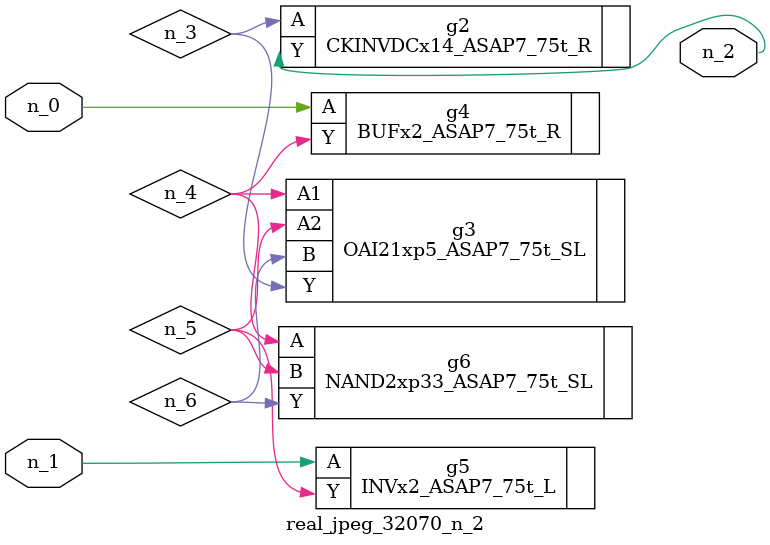
<source format=v>
module real_jpeg_32070_n_2 (n_1, n_0, n_2);

input n_1;
input n_0;

output n_2;

wire n_5;
wire n_4;
wire n_6;
wire n_3;

BUFx2_ASAP7_75t_R g4 ( 
.A(n_0),
.Y(n_4)
);

INVx2_ASAP7_75t_L g5 ( 
.A(n_1),
.Y(n_5)
);

CKINVDCx14_ASAP7_75t_R g2 ( 
.A(n_3),
.Y(n_2)
);

OAI21xp5_ASAP7_75t_SL g3 ( 
.A1(n_4),
.A2(n_5),
.B(n_6),
.Y(n_3)
);

NAND2xp33_ASAP7_75t_SL g6 ( 
.A(n_4),
.B(n_5),
.Y(n_6)
);


endmodule
</source>
